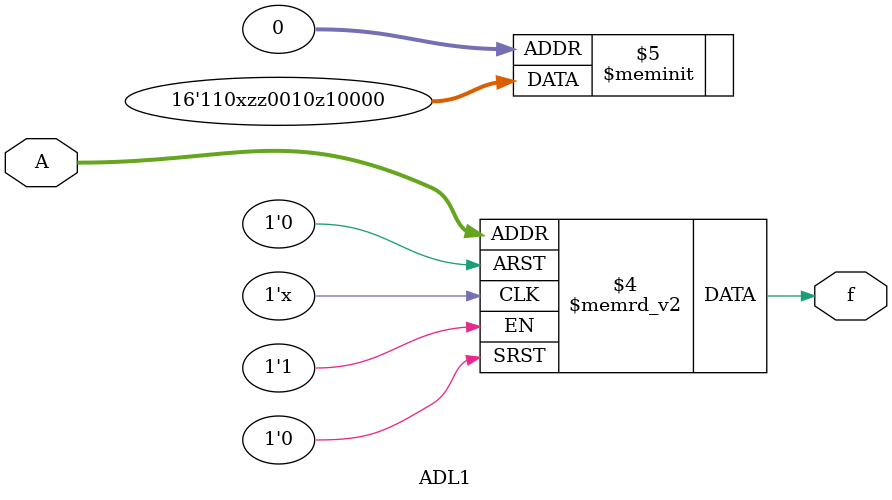
<source format=v>
`timescale 1ns / 1ps
module ADL1(f,A);

input [3:0]A;
output reg f;

always@(*)
begin
case(A)

4'b0000: f=1'b0;
4'b0001: f=1'b0;
4'b0010: f=1'b0;
4'b0011: f=1'b0;
4'b0100: f=1'b1;
4'b0101: f=1'bz;
4'b0110: f=1'b0;
4'b0111: f=1'b1;
4'b1000: f=1'b0;
4'b1001: f=1'b0;
4'b1010: f=1'bz;
4'b1011: f=1'bz;
4'b1010: f=1'b1;
4'b1101: f=1'b0;
4'b1110: f=1'b1;
4'b1111: f=1'b1;

endcase
end
endmodule

	 



</source>
